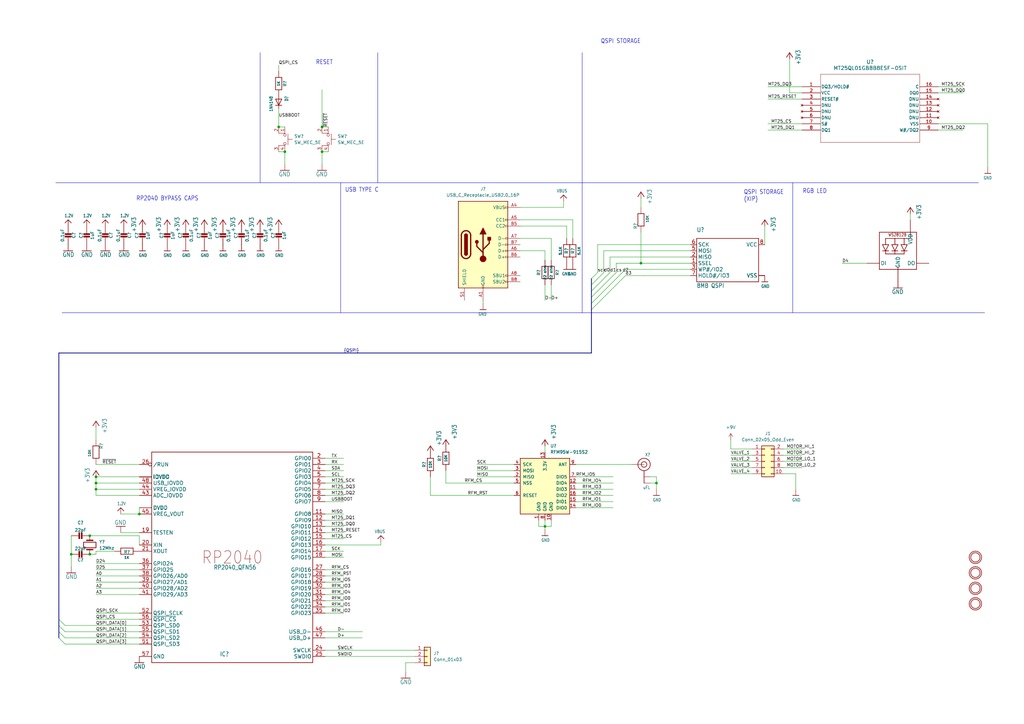
<source format=kicad_sch>
(kicad_sch (version 20250114) (generator "eeschema") (generator_version "9.0")
  (paper "A3")
  (bus_alias "QSPI" (members "d0" "d1" "d2" "d3" "sck" "cs" "cs2"))
  (text "RGB LED" (at 329.184 79.502 0) (effects (font (size 1.778 1.5113)) (justify left bottom)))
  (text "QSPI STORAGE" (at 246.38 18.034 0) (effects (font (size 1.778 1.5113)) (justify left bottom)))
  (text "USB TYPE C" (at 141.478 78.994 0) (effects (font (size 1.778 1.5113)) (justify left bottom)))
  (text "RESET" (at 129.54 26.67 0) (effects (font (size 1.778 1.5113)) (justify left bottom)))
  (text "QSPI STORAGE\n(XIP)" (at 305.054 82.804 0) (effects (font (size 1.778 1.5113)) (justify left bottom)))
  (text "RP2040 BYPASS CAPS" (at 55.88 82.55 0) (effects (font (size 1.778 1.5113)) (justify left bottom)))
  (junction (at 39.37 200.66))
  (junction (at 57.15 210.82))
  (junction (at 36.83 227.33))
  (junction (at 29.21 227.33))
  (junction (at 39.37 198.12))
  (junction (at 132.08 62.23))
  (junction (at 114.3 52.07))
  (junction (at 269.24 198.12))
  (junction (at 36.83 219.71))
  (junction (at 132.08 52.07))
  (junction (at 39.37 195.58))
  (junction (at 223.52 215.9))
  (junction (at 262.89 107.95))
  (junction (at 116.84 62.23))
  (bus_entry (at 24.13 259.08) (size 2.54 2.54))
  (bus_entry (at 242.57 121.92) (size 2.54 -2.54))
  (bus_entry (at 242.57 116.84) (size 2.54 -2.54))
  (bus_entry (at 242.57 124.46) (size 2.54 -2.54))
  (bus_entry (at 24.13 256.54) (size 2.54 2.54))
  (bus_entry (at 242.57 114.3) (size 2.54 -2.54))
  (bus_entry (at 24.13 254) (size 2.54 2.54))
  (bus_entry (at 242.57 119.38) (size 2.54 -2.54))
  (bus_entry (at 24.13 261.62) (size 2.54 2.54))
  (bus_entry (at 242.57 127) (size 2.54 -2.54))
  (wire (pts (xy 57.15 218.44) (xy 49.53 218.44)) (stroke (width 0.1524)))
  (wire (pts (xy 223.52 102.87) (xy 223.52 106.68)))
  (wire (pts (xy 299.72 186.69) (xy 308.61 186.69)))
  (wire (pts (xy 133.35 187.96) (xy 140.97 187.96)) (stroke (width 0.1524)))
  (wire (pts (xy 140.97 246.38) (xy 133.35 246.38)) (stroke (width 0.1524)))
  (wire (pts (xy 210.82 195.58) (xy 195.58 195.58)) (stroke (width 0.1524)))
  (wire (pts (xy 57.15 233.68) (xy 39.37 233.68)) (stroke (width 0.1524)))
  (wire (pts (xy 266.7 198.12) (xy 269.24 198.12)) (stroke (width 0.1524)))
  (wire (pts (xy 245.11 116.84) (xy 250.19 111.76)))
  (wire (pts (xy 39.37 227.33) (xy 39.37 226.06)) (stroke (width 0.1524)))
  (wire (pts (xy 176.53 203.2) (xy 210.82 203.2)) (stroke (width 0.1524)))
  (wire (pts (xy 133.35 223.52) (xy 156.21 223.52)))
  (wire (pts (xy 133.35 200.66) (xy 140.97 200.66)) (stroke (width 0.1524)))
  (wire (pts (xy 49.53 210.82) (xy 57.15 210.82)) (stroke (width 0.1524)))
  (wire (pts (xy 223.52 213.36) (xy 223.52 215.9)))
  (wire (pts (xy 39.37 226.06) (xy 46.99 226.06)) (stroke (width 0.1524)))
  (wire (pts (xy 251.46 200.66) (xy 236.22 200.66)) (stroke (width 0.1524)))
  (wire (pts (xy 140.97 190.5) (xy 133.35 190.5)) (stroke (width 0.1524)))
  (wire (pts (xy 323.85 38.1) (xy 328.93 38.1)))
  (wire (pts (xy 226.06 97.79) (xy 226.06 106.68)))
  (wire (pts (xy 133.35 198.12) (xy 140.97 198.12)) (stroke (width 0.1524)))
  (wire (pts (xy 133.35 226.06) (xy 140.97 226.06)) (stroke (width 0.1524)))
  (wire (pts (xy 223.52 116.84) (xy 223.52 123.19)))
  (wire (pts (xy 114.3 52.07) (xy 114.3 44.45)) (stroke (width 0.1524)))
  (wire (pts (xy 299.72 194.31) (xy 308.61 194.31)))
  (wire (pts (xy 116.84 52.07) (xy 114.3 52.07)) (stroke (width 0.1524)))
  (wire (pts (xy 166.37 271.78) (xy 170.18 271.78)))
  (wire (pts (xy 133.35 266.7) (xy 170.18 266.7)) (stroke (width 0.1524)))
  (wire (pts (xy 36.83 219.71) (xy 57.15 219.71)) (stroke (width 0.1524)))
  (wire (pts (xy 314.96 53.34) (xy 328.93 53.34)))
  (polyline (pts (xy 22.86 74.93) (xy 106.68 74.93)) (stroke (width 0.1524) (type solid)))
  (polyline (pts (xy 325.12 128.27) (xy 403.86 128.27)) (stroke (width 0.1524) (type solid)))
  (wire (pts (xy 29.21 232.41) (xy 29.21 227.33)) (stroke (width 0.1524)))
  (wire (pts (xy 252.73 107.95) (xy 252.73 111.76)))
  (wire (pts (xy 57.15 254) (xy 39.37 254)) (stroke (width 0.1524)))
  (wire (pts (xy 234.95 90.17) (xy 234.95 97.79)))
  (wire (pts (xy 134.62 62.23) (xy 132.08 62.23)) (stroke (width 0.1524)))
  (wire (pts (xy 133.35 213.36) (xy 140.97 213.36)) (stroke (width 0.1524)))
  (wire (pts (xy 223.52 182.88) (xy 223.52 185.42)))
  (polyline (pts (xy 154.94 74.93) (xy 154.94 21.59)) (stroke (width 0.1524) (type solid)))
  (polyline (pts (xy 238.76 74.93) (xy 154.94 74.93)) (stroke (width 0.1524) (type solid)))
  (wire (pts (xy 57.15 200.66) (xy 39.37 200.66)) (stroke (width 0.1524)))
  (wire (pts (xy 299.72 184.15) (xy 308.61 184.15)))
  (wire (pts (xy 247.65 102.87) (xy 247.65 111.76)))
  (wire (pts (xy 39.37 175.26) (xy 39.37 180.34)) (stroke (width 0.1524)))
  (wire (pts (xy 36.83 227.33) (xy 39.37 227.33)) (stroke (width 0.1524)))
  (wire (pts (xy 323.85 24.13) (xy 323.85 38.1)))
  (wire (pts (xy 132.08 67.31) (xy 132.08 62.23)) (stroke (width 0.1524)))
  (bus (pts (xy 24.13 259.08) (xy 24.13 261.62)))
  (wire (pts (xy 29.21 219.71) (xy 29.21 227.33)) (stroke (width 0.1524)))
  (wire (pts (xy 247.65 102.87) (xy 264.16 102.87)))
  (wire (pts (xy 299.72 180.34) (xy 299.72 184.15)))
  (wire (pts (xy 321.31 186.69) (xy 328.93 186.69)))
  (wire (pts (xy 39.37 238.76) (xy 57.15 238.76)) (stroke (width 0.1524)))
  (wire (pts (xy 232.41 92.71) (xy 232.41 97.79)))
  (wire (pts (xy 39.37 231.14) (xy 57.15 231.14)) (stroke (width 0.1524)))
  (wire (pts (xy 39.37 198.12) (xy 39.37 195.58)) (stroke (width 0.1524)))
  (wire (pts (xy 198.12 123.19) (xy 198.12 124.46)))
  (wire (pts (xy 133.35 269.24) (xy 170.18 269.24)) (stroke (width 0.1524)))
  (bus (pts (xy 242.57 116.84) (xy 242.57 119.38)))
  (wire (pts (xy 213.36 102.87) (xy 223.52 102.87)))
  (wire (pts (xy 57.15 195.58) (xy 39.37 195.58)) (stroke (width 0.1524)))
  (wire (pts (xy 256.54 113.03) (xy 264.16 113.03)))
  (wire (pts (xy 39.37 203.2) (xy 39.37 200.66)) (stroke (width 0.1524)))
  (bus (pts (xy 242.57 119.38) (xy 242.57 121.92)))
  (wire (pts (xy 133.35 210.82) (xy 140.97 210.82)) (stroke (width 0.1524)))
  (wire (pts (xy 57.15 203.2) (xy 39.37 203.2)) (stroke (width 0.1524)))
  (bus (pts (xy 24.13 254) (xy 24.13 256.54)))
  (wire (pts (xy 57.15 198.12) (xy 39.37 198.12)) (stroke (width 0.1524)))
  (wire (pts (xy 26.67 261.62) (xy 39.37 261.62)))
  (wire (pts (xy 39.37 259.08) (xy 57.15 259.08)) (stroke (width 0.1524)))
  (wire (pts (xy 195.58 190.5) (xy 210.82 190.5)) (stroke (width 0.1524)))
  (wire (pts (xy 226.06 116.84) (xy 226.06 123.19)))
  (wire (pts (xy 264.16 113.03) (xy 283.21 113.03)) (stroke (width 0.1524)))
  (wire (pts (xy 57.15 190.5) (xy 39.37 190.5)) (stroke (width 0.1524)))
  (wire (pts (xy 299.72 189.23) (xy 308.61 189.23)))
  (wire (pts (xy 133.35 193.04) (xy 140.97 193.04)) (stroke (width 0.1524)))
  (wire (pts (xy 321.31 184.15) (xy 328.93 184.15)))
  (wire (pts (xy 384.81 53.34) (xy 394.97 53.34)))
  (wire (pts (xy 245.11 100.33) (xy 283.21 100.33)))
  (wire (pts (xy 213.36 92.71) (xy 232.41 92.71)))
  (wire (pts (xy 251.46 203.2) (xy 236.22 203.2)) (stroke (width 0.1524)))
  (bus (pts (xy 242.57 127) (xy 242.57 144.78)))
  (wire (pts (xy 57.15 219.71) (xy 57.15 223.52)) (stroke (width 0.1524)))
  (wire (pts (xy 114.3 62.23) (xy 116.84 62.23)) (stroke (width 0.1524)))
  (wire (pts (xy 57.15 251.46) (xy 39.37 251.46)) (stroke (width 0.1524)))
  (wire (pts (xy 314.96 40.64) (xy 328.93 40.64)))
  (polyline (pts (xy 401.32 74.93) (xy 325.12 74.93)) (stroke (width 0.1524) (type solid)))
  (wire (pts (xy 231.14 82.55) (xy 231.14 85.09)))
  (wire (pts (xy 26.67 256.54) (xy 39.37 256.54)))
  (wire (pts (xy 213.36 90.17) (xy 234.95 90.17)))
  (polyline (pts (xy 325.12 74.93) (xy 238.76 74.93)) (stroke (width 0.1524) (type solid)))
  (wire (pts (xy 262.89 107.95) (xy 283.21 107.95)))
  (wire (pts (xy 245.11 100.33) (xy 245.11 111.76)))
  (wire (pts (xy 250.19 105.41) (xy 250.19 111.76)))
  (wire (pts (xy 39.37 261.62) (xy 57.15 261.62)) (stroke (width 0.1524)))
  (wire (pts (xy 133.35 195.58) (xy 140.97 195.58)) (stroke (width 0.1524)))
  (wire (pts (xy 314.96 50.8) (xy 328.93 50.8)))
  (wire (pts (xy 220.98 215.9) (xy 223.52 215.9)))
  (wire (pts (xy 114.3 29.21) (xy 114.3 26.67)) (stroke (width 0.1524)))
  (wire (pts (xy 195.58 193.04) (xy 210.82 193.04)) (stroke (width 0.1524)))
  (wire (pts (xy 405.13 50.8) (xy 405.13 68.58)))
  (wire (pts (xy 384.81 38.1) (xy 394.97 38.1)))
  (wire (pts (xy 133.35 259.08) (xy 148.59 259.08)) (stroke (width 0.1524)))
  (wire (pts (xy 245.11 119.38) (xy 252.73 111.76)))
  (wire (pts (xy 39.37 200.66) (xy 39.37 198.12)) (stroke (width 0.1524)))
  (wire (pts (xy 314.96 35.56) (xy 328.93 35.56)))
  (wire (pts (xy 250.19 105.41) (xy 264.16 105.41)))
  (wire (pts (xy 384.81 35.56) (xy 394.97 35.56)))
  (wire (pts (xy 133.35 205.74) (xy 140.97 205.74)) (stroke (width 0.1524)))
  (wire (pts (xy 252.73 107.95) (xy 262.89 107.95)))
  (polyline (pts (xy 106.68 74.93) (xy 106.68 21.59)) (stroke (width 0.1524) (type solid)))
  (wire (pts (xy 133.35 233.68) (xy 140.97 233.68)) (stroke (width 0.1524)))
  (wire (pts (xy 140.97 241.3) (xy 133.35 241.3)) (stroke (width 0.1524)))
  (wire (pts (xy 39.37 256.54) (xy 57.15 256.54)) (stroke (width 0.1524)))
  (wire (pts (xy 57.15 208.28) (xy 57.15 210.82)) (stroke (width 0.1524)))
  (wire (pts (xy 133.35 215.9) (xy 140.97 215.9)) (stroke (width 0.1524)))
  (polyline (pts (xy 139.7 74.93) (xy 106.68 74.93)) (stroke (width 0.1524) (type solid)))
  (wire (pts (xy 299.72 191.77) (xy 308.61 191.77)))
  (wire (pts (xy 262.89 95.25) (xy 262.89 107.95)))
  (bus (pts (xy 24.13 256.54) (xy 24.13 259.08)))
  (wire (pts (xy 133.35 203.2) (xy 140.97 203.2)) (stroke (width 0.1524)))
  (wire (pts (xy 39.37 243.84) (xy 57.15 243.84)) (stroke (width 0.1524)))
  (wire (pts (xy 166.37 271.78) (xy 166.37 275.59)))
  (bus (pts (xy 24.13 144.78) (xy 242.57 144.78)))
  (bus (pts (xy 242.57 114.3) (xy 242.57 116.84)))
  (polyline (pts (xy 325.12 128.27) (xy 325.12 74.93)) (stroke (width 0.1524) (type solid)))
  (polyline (pts (xy 139.7 128.27) (xy 139.7 74.93)) (stroke (width 0.1524) (type solid)))
  (bus (pts (xy 24.13 144.78) (xy 24.13 254)))
  (wire (pts (xy 269.24 198.12) (xy 269.24 200.66)) (stroke (width 0.1524)))
  (wire (pts (xy 256.54 110.49) (xy 264.16 110.49)))
  (wire (pts (xy 262.89 81.28) (xy 262.89 85.09)) (stroke (width 0.1524)))
  (wire (pts (xy 182.88 198.12) (xy 182.88 193.04)) (stroke (width 0.1524)))
  (wire (pts (xy 373.38 90.17) (xy 373.38 87.63)) (stroke (width 0.1524)))
  (wire (pts (xy 283.21 110.49) (xy 264.16 110.49)) (stroke (width 0.1524)))
  (wire (pts (xy 321.31 189.23) (xy 328.93 189.23)))
  (wire (pts (xy 140.97 251.46) (xy 133.35 251.46)) (stroke (width 0.1524)))
  (wire (pts (xy 133.35 243.84) (xy 140.97 243.84)) (stroke (width 0.1524)))
  (wire (pts (xy 57.15 241.3) (xy 39.37 241.3)) (stroke (width 0.1524)))
  (wire (pts (xy 176.53 203.2) (xy 176.53 195.58)) (stroke (width 0.1524)))
  (wire (pts (xy 26.67 259.08) (xy 39.37 259.08)))
  (wire (pts (xy 133.35 220.98) (xy 140.97 220.98)))
  (wire (pts (xy 223.52 215.9) (xy 223.52 217.17)))
  (wire (pts (xy 133.35 261.62) (xy 148.59 261.62)) (stroke (width 0.1524)))
  (wire (pts (xy 26.67 264.16) (xy 57.15 264.16)) (stroke (width 0.1524)))
  (wire (pts (xy 133.35 238.76) (xy 140.97 238.76)) (stroke (width 0.1524)))
  (wire (pts (xy 236.22 198.12) (xy 251.46 198.12)) (stroke (width 0.1524)))
  (wire (pts (xy 251.46 208.28) (xy 236.22 208.28)) (stroke (width 0.1524)))
  (wire (pts (xy 266.7 195.58) (xy 269.24 195.58)) (stroke (width 0.1524)))
  (wire (pts (xy 245.11 124.46) (xy 256.54 113.03)))
  (wire (pts (xy 245.11 114.3) (xy 247.65 111.76)))
  (polyline (pts (xy 25.4 128.27) (xy 238.76 128.27)) (stroke (width 0.1524) (type solid)))
  (wire (pts (xy 355.6 107.95) (xy 345.44 107.95)) (stroke (width 0.1524)))
  (bus (pts (xy 242.57 124.46) (xy 242.57 127)))
  (wire (pts (xy 226.06 213.36) (xy 226.06 215.9)))
  (wire (pts (xy 326.39 194.31) (xy 326.39 200.66)))
  (wire (pts (xy 245.11 121.92) (xy 256.54 110.49)))
  (polyline (pts (xy 238.76 74.93) (xy 238.76 21.59)) (stroke (width 0.1524) (type solid)))
  (wire (pts (xy 251.46 205.74) (xy 236.22 205.74)) (stroke (width 0.1524)))
  (wire (pts (xy 269.24 195.58) (xy 269.24 198.12)) (stroke (width 0.1524)))
  (wire (pts (xy 313.69 92.71) (xy 313.69 100.33)) (stroke (width 0.1524)))
  (bus (pts (xy 242.57 121.92) (xy 242.57 124.46)))
  (wire (pts (xy 116.84 62.23) (xy 116.84 67.31)) (stroke (width 0.1524)))
  (wire (pts (xy 132.08 52.07) (xy 134.62 52.07)) (stroke (width 0.1524)))
  (wire (pts (xy 133.35 228.6) (xy 140.97 228.6)) (stroke (width 0.1524)))
  (polyline (pts (xy 238.76 128.27) (xy 238.76 74.93)) (stroke (width 0.1524) (type solid)))
  (wire (pts (xy 156.21 223.52) (xy 156.21 222.25)))
  (wire (pts (xy 213.36 85.09) (xy 231.14 85.09)))
  (wire (pts (xy 140.97 236.22) (xy 133.35 236.22)) (stroke (width 0.1524)))
  (wire (pts (xy 132.08 36.83) (xy 132.08 52.07)) (stroke (width 0.1524)))
  (polyline (pts (xy 154.94 74.93) (xy 139.7 74.93)) (stroke (width 0.1524) (type solid)))
  (wire (pts (xy 251.46 195.58) (xy 236.22 195.58)) (stroke (width 0.1524)))
  (wire (pts (xy 223.52 215.9) (xy 226.06 215.9)))
  (wire (pts (xy 283.21 105.41) (xy 264.16 105.41)) (stroke (width 0.1524)))
  (wire (pts (xy 213.36 97.79) (xy 226.06 97.79)))
  (wire (pts (xy 321.31 194.31) (xy 326.39 194.31)))
  (wire (pts (xy 133.35 218.44) (xy 140.97 218.44)) (stroke (width 0.1524)))
  (wire (pts (xy 57.15 236.22) (xy 39.37 236.22)) (stroke (width 0.1524)))
  (wire (pts (xy 133.35 248.92) (xy 140.97 248.92)) (stroke (width 0.1524)))
  (wire (pts (xy 321.31 191.77) (xy 328.93 191.77)))
  (wire (pts (xy 220.98 213.36) (xy 220.98 215.9)))
  (wire (pts (xy 182.88 198.12) (xy 210.82 198.12)) (stroke (width 0.1524)))
  (wire (pts (xy 384.81 50.8) (xy 405.13 50.8)))
  (wire (pts (xy 264.16 102.87) (xy 283.21 102.87)) (stroke (width 0.1524)))
  (polyline (pts (xy 238.76 128.27) (xy 325.12 128.27)) (stroke (width 0.1524) (type solid)))
  (wire (pts (xy 236.22 190.5) (xy 259.08 190.5)))
  (label "A3" (at 39.37 243.84 0) (effects (font (size 1.2446 1.2446))))
  (label "QSPI_CS" (at 39.37 254 0) (effects (font (size 1.2446 1.2446))))
  (label "USBBOOT" (at 135.89 205.74 0) (effects (font (size 1.2446 1.2446))))
  (label "D-" (at 138.43 259.08 0) (effects (font (size 1.2446 1.2446))))
  (label "SCK" (at 135.89 226.06 0) (effects (font (size 1.2446 1.2446))))
  (label "RFM_IO3" (at 238.76 200.66 0) (effects (font (size 1.2446 1.2446))))
  (label "RFM_IO5" (at 236.22 195.58 0) (effects (font (size 1.2446 1.2446))))
  (label "MISO" (at 135.89 210.82 0) (effects (font (size 1.2446 1.2446))))
  (label "MOTOR_LO_2" (at 322.58 191.77 0))
  (label "VALVE_2" (at 299.72 189.23 0))
  (label "QSPI_CS" (at 114.3 26.67 0) (effects (font (size 1.2446 1.2446))))
  (label "SDA" (at 135.89 193.04 0) (effects (font (size 1.2446 1.2446))))
  (label "RFM_CS" (at 135.89 233.68 0) (effects (font (size 1.2446 1.2446))))
  (label "RFM_IO4" (at 135.89 243.84 0) (effects (font (size 1.2446 1.2446))))
  (label "MT25_RESET" (at 135.89 218.44 0))
  (label "RFM_IO0" (at 238.76 208.28 0) (effects (font (size 1.2446 1.2446))))
  (label "MT25_DQ0" (at 386.08 38.1 0))
  (label "MT25_DQ2" (at 386.08 53.34 0))
  (label "TX" (at 135.89 187.96 0) (effects (font (size 1.2446 1.2446))))
  (label "QSPI_DATA[1]" (at 39.37 259.08 0) (effects (font (size 1.2446 1.2446))))
  (label "MOSI" (at 195.58 193.04 0) (effects (font (size 1.2446 1.2446))))
  (label "RFM_CS" (at 190.5 198.12 0) (effects (font (size 1.2446 1.2446))))
  (label "D24" (at 39.37 231.14 0) (effects (font (size 1.2446 1.2446))))
  (label "A2" (at 39.37 241.3 0) (effects (font (size 1.2446 1.2446))))
  (label "SWCLK" (at 138.43 266.7 0) (effects (font (size 1.2446 1.2446))))
  (label "A0" (at 39.37 236.22 0) (effects (font (size 1.2446 1.2446))))
  (label "RFM_RST" (at 191.77 203.2 0) (effects (font (size 1.2446 1.2446))))
  (label "MOTOR_HI_2" (at 322.58 186.69 0))
  (label "RFM_RST" (at 135.89 236.22 0) (effects (font (size 1.2446 1.2446))))
  (label "RFM_IO1" (at 135.89 248.92 0) (effects (font (size 1.2446 1.2446))))
  (label "USBBOOT" (at 114.3 48.26 0) (effects (font (size 1.2446 1.2446))))
  (label "QSPI_DATA[0]" (at 39.37 256.54 0) (effects (font (size 1.2446 1.2446))))
  (label "MT25_DQ0" (at 135.89 215.9 0))
  (label "A1" (at 39.37 238.76 0) (effects (font (size 1.2446 1.2446))))
  (label "d0" (at 247.65 111.76 0))
  (label "cs" (at 252.73 111.76 0))
  (label "MOSI" (at 135.89 228.6 0) (effects (font (size 1.2446 1.2446))))
  (label "D-" (at 223.52 123.19 0))
  (label "SCK" (at 195.58 190.5 0) (effects (font (size 1.2446 1.2446))))
  (label "RFM_IO1" (at 238.76 205.74 0) (effects (font (size 1.2446 1.2446))))
  (label "MT25_DQ2" (at 135.89 203.2 0))
  (label "D25" (at 39.37 233.68 0) (effects (font (size 1.2446 1.2446))))
  (label "RFM_IO4" (at 238.76 198.12 0) (effects (font (size 1.2446 1.2446))))
  (label "~{RESET}" (at 134.62 52.07 90) (effects (font (size 1.2446 1.2446))))
  (label "MT25_SCK" (at 135.89 198.12 0))
  (label "sck" (at 245.11 111.76 0))
  (label "RFM_IO2" (at 135.89 251.46 0) (effects (font (size 1.2446 1.2446))))
  (label "VALVE_3" (at 299.72 191.77 0))
  (label "SCL" (at 135.89 195.58 0) (effects (font (size 1.2446 1.2446))))
  (label "MT25_SCK" (at 386.08 35.56 0))
  (label "d3" (at 256.54 113.03 0))
  (label "MT25_DQ3" (at 314.96 35.56 0))
  (label "QSPI_DATA[2]" (at 39.37 261.62 0) (effects (font (size 1.2446 1.2446))))
  (label "MOTOR_LO_1" (at 322.58 189.23 0))
  (label "MT25_DQ1" (at 316.23 53.34 0))
  (label "RFM_IO0" (at 135.89 246.38 0) (effects (font (size 1.2446 1.2446))))
  (label "RFM_IO3" (at 135.89 241.3 0) (effects (font (size 1.2446 1.2446))))
  (label "D+" (at 138.43 261.62 0) (effects (font (size 1.2446 1.2446))))
  (label "MT25_DQ1" (at 135.89 213.36 0))
  (label "MISO" (at 195.58 195.58 0) (effects (font (size 1.2446 1.2446))))
  (label "MT25_CS" (at 135.89 220.98 0))
  (label "MT25_CS" (at 316.23 50.8 0))
  (label "d1" (at 250.19 111.76 0))
  (label "D4" (at 345.44 107.95 0) (effects (font (size 1.2446 1.2446))))
  (label "VALVE_4" (at 299.72 194.31 0))
  (label "~{RESET}" (at 41.91 190.5 0) (effects (font (size 1.2446 1.2446))))
  (label "RFM_IO5" (at 135.89 238.76 0) (effects (font (size 1.2446 1.2446))))
  (label "RX" (at 135.89 190.5 0) (effects (font (size 1.2446 1.2446))))
  (label "d2" (at 255.27 111.76 0))
  (label "MT25_RESET" (at 314.96 40.64 0))
  (label "{QSPI}" (at 140.97 144.78 0))
  (label "SWDIO" (at 138.43 269.24 0) (effects (font (size 1.2446 1.2446))))
  (label "VALVE_1" (at 299.72 186.69 0))
  (label "D+" (at 226.06 123.19 0))
  (label "QSPI_DATA[3]" (at 39.37 264.16 0) (effects (font (size 1.2446 1.2446))))
  (label "RFM_IO2" (at 238.76 203.2 0) (effects (font (size 1.2446 1.2446))))
  (label "MOTOR_HI_1" (at 322.58 184.15 0))
  (label "MT25_DQ3" (at 135.89 200.66 0))
  (label "QSPI_SCK" (at 39.37 251.46 0) (effects (font (size 1.2446 1.2446))))
  (symbol (lib_id "Adafruit Feather RP2040 RFM-eagle-import:CAP_CERAMIC_0402NO") (at 34.29 219.71 90) (unit 1)
    (property "Reference" "C?" (at 33.04 214.38 90))
    (property "Value" "22pF" (at 33.04 217.41 90))
    (property "Footprint" "Capacitor_SMD:C_0805_2012Metric" (effects (hide yes)))
  )
  (symbol (lib_id "Adafruit Feather RP2040 RFM-eagle-import:RESISTOR_0402NO") (at 52.07 226.06 0) (unit 1)
    (property "Reference" "R?" (at 50.8 227.1014 0) (effects (justify left bottom)))
    (property "Value" "1K" (at 50.8 229.362 0) (effects (font (size 1.016 1.016) (thickness 0.2032) (bold yes)) (justify left bottom)))
    (property "Footprint" "Resistor_SMD:R_0805_2012Metric" (effects (hide yes)))
  )
  (symbol (lib_id "Adafruit Feather RP2040 RFM-eagle-import:GND") (at 269.24 203.2 0) (unit 1)
    (property "Reference" "#U$?" (effects (hide yes)))
    (property "Value" "GND" (at 267.716 205.74 0) (effects (font (size 1.27 1.0795)) (justify left bottom)))
  )
  (symbol (lib_id "Switch:SW_MEC_5E") (at 114.3 57.15 270) (unit 1)
    (property "Reference" "SW?" (at 120.65 55.8799 90) (effects (justify left)))
    (property "Value" "SW_MEC_5E" (at 120.65 58.4199 90) (effects (justify left)))
    (property "Footprint" "Button_Switch_SMD:SW_SPST_EVQP2_MiddlePushTravel_H2.5mm" (effects (hide yes)))
    (property "Datasheet" "http://www.apem.com/int/index.php?controller=attachment&id_attachment=1371" (effects (hide yes)))
    (property "Description" "MEC 5E single pole normally-open tactile switch" (effects (hide yes)))
  )
  (symbol (lib_id "Adafruit Feather RP2040 RFM-eagle-import:RESISTOR_0402NO") (at 223.52 111.76 90) (mirror x) (unit 1)
    (property "Reference" "R?" (at 220.98 111.76 0))
    (property "Value" "22 ohm" (at 223.52 111.76 0) (effects (font (size 1.016 1.016) (thickness 0.2032) (bold yes))))
    (property "Footprint" "Resistor_SMD:R_0805_2012Metric" (effects (hide yes)))
  )
  (symbol (lib_id "Adafruit Feather RP2040 RFM-eagle-import:DIODESOD-323F") (at 114.3 41.91 270) (unit 1)
    (property "Reference" "D?" (at 116.84 39.37 0) (effects (font (size 1.27 1.0795)) (justify left bottom)))
    (property "Value" "1N4148" (at 110.49 39.37 0) (effects (font (size 1.27 1.0795)) (justify left bottom)))
    (property "Footprint" "Diode_SMD:D_SOD-323F" (effects (hide yes)))
  )
  (symbol (lib_id "Adafruit Feather RP2040 RFM-eagle-import:WS2812B_SK6805_1515") (at 368.3 105.41 0) (unit 1)
    (property "Reference" "LED?" (effects (hide yes)))
    (property "Value" "WS2812B_SK6805_1515" (effects (hide yes)))
    (property "Footprint" "LED_SMD:LED_WS2812B_PLCC4_5.0x5.0mm_P3.2mm" (effects (hide yes)))
  )
  (symbol (lib_id "Adafruit Feather RP2040 RFM-eagle-import:+3V3") (at 373.38 85.09 0) (mirror y) (unit 1)
    (property "Reference" "#+3V?" (effects (hide yes)))
    (property "Value" "+3V3" (at 375.92 90.17 90) (effects (font (size 1.778 1.5113)) (justify left bottom)))
  )
  (symbol (lib_id "Adafruit Feather RP2040 RFM-eagle-import:CAP_CERAMIC_0402NO") (at 58.42 97.79 0) (unit 1)
    (property "Reference" "C?" (at 56.13 96.54 90))
    (property "Value" "1uF" (at 60.72 96.54 90))
    (property "Footprint" "Capacitor_SMD:C_0805_2012Metric" (effects (hide yes)))
  )
  (symbol (lib_id "Adafruit Feather RP2040 RFM-eagle-import:GND") (at 313.69 115.57 0) (unit 1)
    (property "Reference" "#U$?" (effects (hide yes)))
    (property "Value" "GND" (at 312.166 118.11 0) (effects (font (size 1.27 1.0795)) (justify left bottom)))
  )
  (symbol (lib_id "Device:Crystal") (at 36.83 223.52 90) (unit 1)
    (property "Reference" "Y?" (at 40.64 222.2499 90) (effects (justify right)))
    (property "Value" "12Mhz" (at 40.64 224.7899 90) (effects (justify right)))
    (property "Footprint" "Crystal:Crystal_SMD_Abracon_ABM8G-4Pin_3.2x2.5mm" (effects (hide yes)))
    (property "Description" "Two pin crystal" (effects (hide yes)))
  )
  (symbol (lib_id "Adafruit Feather RP2040 RFM-eagle-import:RESISTOR_0402NO") (at 114.3 34.29 270) (unit 1)
    (property "Reference" "R?" (at 116.84 34.29 0))
    (property "Value" "1K" (at 114.3 34.29 0) (effects (font (size 1.016 1.016) (thickness 0.2032) (bold yes))))
    (property "Footprint" "Resistor_SMD:R_0805_2012Metric" (effects (hide yes)))
  )
  (symbol (lib_id "Connector_Generic:Conn_01x03") (at 175.26 269.24 0) (unit 1)
    (property "Reference" "J?" (at 177.8 267.9699 0) (effects (justify left)))
    (property "Value" "Conn_01x03" (at 177.8 270.5099 0) (effects (justify left)))
    (property "Footprint" "Connector_PinHeader_2.54mm:PinHeader_1x03_P2.54mm_Vertical" (effects (hide yes)))
    (property "Description" "Generic connector, single row, 01x03, script generated (kicad-library-utils/schlib/autogen/connector/)" (effects (hide yes)))
  )
  (symbol (lib_id "Adafruit Feather RP2040 RFM-eagle-import:1.2V") (at 50.8 90.17 0) (unit 1)
    (property "Reference" "#U$?" (effects (hide yes)))
    (property "Value" "1.2V" (at 49.276 89.154 0) (effects (font (size 1.27 1.0795)) (justify left bottom)))
  )
  (symbol (lib_id "Adafruit Feather RP2040 RFM-eagle-import:supply1_371_GND") (at 132.08 69.85 0) (unit 1)
    (property "Reference" "#GND?" (effects (hide yes)))
    (property "Value" "GND" (at 129.54 72.39 0) (effects (font (size 1.778 1.5113)) (justify left bottom)))
  )
  (symbol (lib_id "Adafruit Feather RP2040 RFM-eagle-import:CAP_CERAMIC_0402NO") (at 43.18 95.25 180) (unit 1)
    (property "Reference" "C?" (at 45.47 96.5 90))
    (property "Value" "0.1uF" (at 40.88 96.5 90))
    (property "Footprint" "Capacitor_SMD:C_0805_2012Metric" (effects (hide yes)))
  )
  (symbol (lib_id "Connector_Generic:Conn_02x05_Odd_Even") (at 313.69 189.23 0) (unit 1)
    (property "Reference" "J1" (at 314.96 177.8 0))
    (property "Value" "Conn_02x05_Odd_Even" (at 314.96 180.34 0))
    (property "Footprint" "Connector_PinHeader_2.54mm:PinHeader_2x05_P2.54mm_Vertical" (effects (hide yes)))
    (property "Description" "Generic connector, double row, 02x05, odd/even pin numbering scheme (row 1 odd numbers, row 2 even numbers), script generated (kicad-library-utils/schlib/autogen/connector/)" (effects (hide yes)))
  )
  (symbol (lib_id "Adafruit Feather RP2040 RFM-eagle-import:GND") (at 91.44 102.87 0) (unit 1)
    (property "Reference" "#U$?" (effects (hide yes)))
    (property "Value" "GND" (at 89.916 105.41 0) (effects (font (size 1.27 1.0795)) (justify left bottom)))
  )
  (symbol (lib_id "Adafruit Feather RP2040 RFM-eagle-import:supply1_371_GND") (at 35.56 102.87 0) (mirror y) (unit 1)
    (property "Reference" "#GND?" (effects (hide yes)))
    (property "Value" "GND" (at 38.1 105.41 0) (effects (font (size 1.778 1.5113)) (justify left bottom)))
  )
  (symbol (lib_id "Adafruit Feather RP2040 RFM-eagle-import:CAP_CERAMIC_0402NO") (at 99.06 97.79 0) (unit 1)
    (property "Reference" "C?" (at 96.77 96.54 90))
    (property "Value" "0.1uF" (at 101.36 96.54 90))
    (property "Footprint" "Capacitor_SMD:C_0805_2012Metric" (effects (hide yes)))
  )
  (symbol (lib_id "Adafruit Feather RP2040 RFM-eagle-import:MOUNTINGHOLE2.5") (at 400.05 234.95 0) (unit 1)
    (property "Reference" "U$?" (effects (hide yes)))
    (property "Value" "MOUNTINGHOLE2.5" (effects (hide yes)))
    (property "Footprint" "MountingHole:MountingHole_2.5mm_Pad" (effects (hide yes)))
  )
  (symbol (lib_id "Adafruit Feather RP2040 RFM-eagle-import:supply1_371_GND") (at 29.21 234.95 0) (mirror y) (unit 1)
    (property "Reference" "#GND?" (effects (hide yes)))
    (property "Value" "GND" (at 31.75 237.49 0) (effects (font (size 1.778 1.5113)) (justify left bottom)))
  )
  (symbol (lib_id "Adafruit Feather RP2040 RFM-eagle-import:VBUS") (at 231.14 80.01 0) (mirror y) (unit 1)
    (property "Reference" "#U$?" (effects (hide yes)))
    (property "Value" "VBUS" (at 232.664 78.994 0) (effects (font (size 1.27 1.0795)) (justify left bottom)))
  )
  (symbol (lib_id "Switch:SW_MEC_5E") (at 132.08 57.15 270) (unit 1)
    (property "Reference" "SW?" (at 138.43 55.8799 90) (effects (justify left)))
    (property "Value" "SW_MEC_5E" (at 138.43 58.4199 90) (effects (justify left)))
    (property "Footprint" "Button_Switch_SMD:SW_SPST_EVQP2_MiddlePushTravel_H2.5mm" (effects (hide yes)))
    (property "Datasheet" "http://www.apem.com/int/index.php?controller=attachment&id_attachment=1371" (effects (hide yes)))
    (property "Description" "MEC 5E single pole normally-open tactile switch" (effects (hide yes)))
  )
  (symbol (lib_id "Adafruit Feather RP2040 RFM-eagle-import:RESISTOR_0402NO") (at 232.41 102.87 270) (mirror x) (unit 1)
    (property "Reference" "R?" (at 232.41 102.87 0))
    (property "Value" "5.1K" (at 229.87 102.87 0) (effects (font (size 1.016 1.016) (thickness 0.2032) (bold yes))))
    (property "Footprint" "Resistor_SMD:R_0805_2012Metric" (effects (hide yes)))
  )
  (symbol (lib_id "Adafruit Feather RP2040 RFM-eagle-import:CAP_CERAMIC_0402NO") (at 114.3 97.79 0) (unit 1)
    (property "Reference" "C?" (at 112.01 96.54 90))
    (property "Value" "1uF" (at 116.6 96.54 90))
    (property "Footprint" "Capacitor_SMD:C_0805_2012Metric" (effects (hide yes)))
  )
  (symbol (lib_id "Adafruit Feather RP2040 RFM-eagle-import:supply1_371_GND") (at 166.37 278.13 0) (mirror y) (unit 1)
    (property "Reference" "#GND?" (effects (hide yes)))
    (property "Value" "GND" (at 168.91 280.67 0) (effects (font (size 1.778 1.5113)) (justify left bottom)))
  )
  (symbol (lib_id "Adafruit Feather RP2040 RFM-eagle-import:+3V3") (at 76.2 90.17 0) (unit 1)
    (property "Reference" "#+3V?" (effects (hide yes)))
    (property "Value" "+3V3" (at 73.66 95.25 90) (effects (font (size 1.778 1.5113)) (justify left bottom)))
  )
  (symbol (lib_id "RF_Module:RFM95W-915S2") (at 223.52 198.12 0) (unit 1)
    (property "Reference" "U?" (at 225.6633 182.88 0) (effects (justify left)))
    (property "Value" "RFM95W-915S2" (at 225.6633 185.42 0) (effects (justify left)))
    (property "Footprint" "RF_Module:HOPERF_RFM9XW_SMD" (effects (hide yes)))
    (property "Datasheet" "https://www.hoperf.com/data/upload/portal/20181127/5bfcbea20e9ef.pdf" (effects (hide yes)))
    (property "Description" "Low power long range transceiver module, SPI and parallel interface, 915 MHz, spreading factor 6 to12, bandwidth 7.8 to 500kHz, -111 to -148 dBm, SMD-16, DIP-16" (effects (hide yes)))
  )
  (symbol (lib_id "Adafruit Feather RP2040 RFM-eagle-import:1.2V") (at 43.18 90.17 0) (unit 1)
    (property "Reference" "#U$?" (effects (hide yes)))
    (property "Value" "1.2V" (at 41.656 89.154 0) (effects (font (size 1.27 1.0795)) (justify left bottom)))
  )
  (symbol (lib_id "Adafruit Feather RP2040 RFM-eagle-import:+3V3") (at 262.89 78.74 0) (mirror y) (unit 1)
    (property "Reference" "#+3V?" (effects (hide yes)))
    (property "Value" "+3V3" (at 265.43 83.82 90) (effects (font (size 1.778 1.5113)) (justify left bottom)))
  )
  (symbol (lib_id "Adafruit Feather RP2040 RFM-eagle-import:+3V3") (at 99.06 90.17 0) (unit 1)
    (property "Reference" "#+3V?" (effects (hide yes)))
    (property "Value" "+3V3" (at 96.52 95.25 90) (effects (font (size 1.778 1.5113)) (justify left bottom)))
  )
  (symbol (lib_id "Adafruit Feather RP2040 RFM-eagle-import:supply1_371_GND") (at 43.18 102.87 0) (mirror y) (unit 1)
    (property "Reference" "#GND?" (effects (hide yes)))
    (property "Value" "GND" (at 45.72 105.41 0) (effects (font (size 1.778 1.5113)) (justify left bottom)))
  )
  (symbol (lib_id "Adafruit Feather RP2040 RFM-eagle-import:GND") (at 99.06 102.87 0) (unit 1)
    (property "Reference" "#U$?" (effects (hide yes)))
    (property "Value" "GND" (at 97.536 105.41 0) (effects (font (size 1.27 1.0795)) (justify left bottom)))
  )
  (symbol (lib_id "Adafruit Feather RP2040 RFM-eagle-import:supply1_371_GND") (at 368.3 118.11 0) (unit 1)
    (property "Reference" "#GND?" (effects (hide yes)))
    (property "Value" "GND" (at 365.76 120.65 0) (effects (font (size 1.778 1.5113)) (justify left bottom)))
  )
  (symbol (lib_id "Adafruit Feather RP2040 RFM-eagle-import:GND") (at 234.95 110.49 0) (mirror y) (unit 1)
    (property "Reference" "#U$?" (effects (hide yes)))
    (property "Value" "GND" (at 236.474 113.03 0) (effects (font (size 1.27 1.0795)) (justify left bottom)))
  )
  (symbol (lib_id "Adafruit Feather RP2040 RFM-eagle-import:GND") (at 68.58 102.87 0) (unit 1)
    (property "Reference" "#U$?" (effects (hide yes)))
    (property "Value" "GND" (at 67.056 105.41 0) (effects (font (size 1.27 1.0795)) (justify left bottom)))
  )
  (symbol (lib_id "Adafruit Feather RP2040 RFM-eagle-import:RESISTOR_0402NO") (at 176.53 190.5 90) (unit 1)
    (property "Reference" "R?" (at 173.99 190.5 0))
    (property "Value" "10K" (at 176.53 190.5 0) (effects (font (size 1.016 1.016) (thickness 0.2032) (bold yes))))
    (property "Footprint" "Resistor_SMD:R_0805_2012Metric" (effects (hide yes)))
  )
  (symbol (lib_id "Adafruit Feather RP2040 RFM-eagle-import:+3V3") (at 114.3 90.17 0) (unit 1)
    (property "Reference" "#+3V?" (effects (hide yes)))
    (property "Value" "+3V3" (at 111.76 95.25 90) (effects (font (size 1.778 1.5113)) (justify left bottom)))
  )
  (symbol (lib_id "Adafruit Feather RP2040 RFM-eagle-import:+3V3") (at 323.85 21.59 0) (mirror y) (unit 1)
    (property "Reference" "#+3V?" (effects (hide yes)))
    (property "Value" "+3V3" (at 326.39 26.67 90) (effects (font (size 1.778 1.5113)) (justify left bottom)))
  )
  (symbol (lib_id "Adafruit Feather RP2040 RFM-eagle-import:CAP_CERAMIC_0402NO") (at 76.2 97.79 0) (unit 1)
    (property "Reference" "C?" (at 73.91 96.54 90))
    (property "Value" "0.1uF" (at 78.5 96.54 90))
    (property "Footprint" "Capacitor_SMD:C_0805_2012Metric" (effects (hide yes)))
  )
  (symbol (lib_id "Adafruit Feather RP2040 RFM-eagle-import:GND") (at 114.3 102.87 0) (unit 1)
    (property "Reference" "#U$?" (effects (hide yes)))
    (property "Value" "GND" (at 112.776 105.41 0) (effects (font (size 1.27 1.0795)) (justify left bottom)))
  )
  (symbol (lib_id "Adafruit Feather RP2040 RFM-eagle-import:+3V3") (at 39.37 193.04 0) (unit 1)
    (property "Reference" "#+3V?" (effects (hide yes)))
    (property "Value" "+3V3" (at 36.83 198.12 90) (effects (font (size 1.778 1.5113)) (justify left bottom)))
  )
  (symbol (lib_id "Adafruit Feather RP2040 RFM-eagle-import:supply1_371_GND") (at 57.15 271.78 0) (mirror y) (unit 1)
    (property "Reference" "#GND?" (effects (hide yes)))
    (property "Value" "GND" (at 59.69 274.32 0) (effects (font (size 1.778 1.5113)) (justify left bottom)))
  )
  (symbol (lib_id "Connector:USB_C_Receptacle_USB2.0_16P") (at 198.12 100.33 0) (unit 1)
    (property "Reference" "J?" (at 198.12 77.47 0))
    (property "Value" "USB_C_Receptacle_USB2.0_16P" (at 198.12 80.01 0))
    (property "Footprint" "Connector_USB:USB_C_Receptacle_GCT_USB4110" (effects (hide yes)))
    (property "Datasheet" "https://www.usb.org/sites/default/files/documents/usb_type-c.zip" (effects (hide yes)))
    (property "Description" "USB 2.0-only 16P Type-C Receptacle connector" (effects (hide yes)))
  )
  (symbol (lib_id "Adafruit Feather RP2040 RFM-eagle-import:CAP_CERAMIC_0402NO") (at 50.8 95.25 180) (unit 1)
    (property "Reference" "C?" (at 53.09 96.5 90))
    (property "Value" "0.1uF" (at 48.5 96.5 90))
    (property "Footprint" "Capacitor_SMD:C_0805_2012Metric" (effects (hide yes)))
  )
  (symbol (lib_id "Adafruit Feather RP2040 RFM-eagle-import:VBUS") (at 156.21 219.71 0) (mirror y) (unit 1)
    (property "Reference" "#U$?" (effects (hide yes)))
    (property "Value" "VBUS" (at 157.988 218.694 0) (effects (font (size 1.27 1.0795)) (justify left bottom)))
  )
  (symbol (lib_id "Adafruit Feather RP2040 RFM-eagle-import:GND") (at 198.12 127 0) (mirror y) (unit 1)
    (property "Reference" "#U$?" (effects (hide yes)))
    (property "Value" "GND" (at 199.644 129.54 0) (effects (font (size 1.27 1.0795)) (justify left bottom)))
  )
  (symbol (lib_id "Adafruit Feather RP2040 RFM-eagle-import:+3V3") (at 313.69 90.17 0) (mirror y) (unit 1)
    (property "Reference" "#+3V?" (effects (hide yes)))
    (property "Value" "+3V3" (at 316.23 95.25 90) (effects (font (size 1.778 1.5113)) (justify left bottom)))
  )
  (symbol (lib_id "Adafruit Feather RP2040 RFM-eagle-import:CAP_CERAMIC_0402NO") (at 106.68 97.79 0) (unit 1)
    (property "Reference" "C?" (at 104.39 96.54 90))
    (property "Value" "0.1uF" (at 108.98 96.54 90))
    (property "Footprint" "Capacitor_SMD:C_0805_2012Metric" (effects (hide yes)))
  )
  (symbol (lib_id "Adafruit Feather RP2040 RFM-eagle-import:supply1_371_GND") (at 49.53 215.9 0) (mirror x) (unit 1)
    (property "Reference" "#GND?" (effects (hide yes)))
    (property "Value" "GND" (at 46.99 213.36 0) (effects (font (size 1.778 1.5113)) (justify left bottom)))
  )
  (symbol (lib_id "Adafruit Feather RP2040 RFM-eagle-import:RESISTOR_0402NO") (at 39.37 185.42 270) (unit 1)
    (property "Reference" "R?" (at 40.8686 181.61 0) (effects (justify left bottom)))
    (property "Value" "10K" (at 36.068 184.15 0) (effects (font (size 1.016 1.016) (thickness 0.2032) (bold yes)) (justify left bottom)))
    (property "Footprint" "Resistor_SMD:R_0805_2012Metric" (effects (hide yes)))
  )
  (symbol (lib_id "Adafruit Feather RP2040 RFM-eagle-import:1.2V") (at 49.53 208.28 0) (unit 1)
    (property "Reference" "#U$?" (effects (hide yes)))
    (property "Value" "1.2V" (at 48.006 207.264 0) (effects (font (size 1.27 1.0795)) (justify left bottom)))
  )
  (symbol (lib_id "Adafruit Feather RP2040 RFM-eagle-import:+3V3") (at 106.68 90.17 0) (unit 1)
    (property "Reference" "#+3V?" (effects (hide yes)))
    (property "Value" "+3V3" (at 104.14 95.25 90) (effects (font (size 1.778 1.5113)) (justify left bottom)))
  )
  (symbol (lib_id "Adafruit Feather RP2040 RFM-eagle-import:ANTENNA_U.FL") (at 264.16 190.5 0) (mirror y) (unit 1)
    (property "Reference" "X?" (at 266.7 187.198 0) (effects (font (size 1.27 1.0795)) (justify left bottom)))
    (property "Value" "uFL" (at 266.7 200.66 0) (effects (font (size 1.27 1.0795)) (justify left bottom)))
    (property "Footprint" "Connector_Coaxial:U.FL_Molex_MCRF_73412-0110_Vertical" (effects (hide yes)))
  )
  (symbol (lib_id "Adafruit Feather RP2040 RFM-eagle-import:MOUNTINGHOLE2.5") (at 400.05 228.6 0) (unit 1)
    (property "Reference" "U$?" (effects (hide yes)))
    (property "Value" "MOUNTINGHOLE2.5" (effects (hide yes)))
    (property "Footprint" "MountingHole:MountingHole_2.5mm_Pad" (effects (hide yes)))
  )
  (symbol (lib_id "Adafruit Feather RP2040 RFM-eagle-import:+3V3") (at 182.88 180.34 0) (mirror y) (unit 1)
    (property "Reference" "#+3V?" (effects (hide yes)))
    (property "Value" "+3V3" (at 185.42 180.34 90) (effects (font (size 1.778 1.5113)) (justify left bottom)))
  )
  (symbol (lib_id "Adafruit Feather RP2040 RFM-eagle-import:GND") (at 405.13 71.12 0) (unit 1)
    (property "Reference" "#U$?" (effects (hide yes)))
    (property "Value" "GND" (at 403.352 73.66 0) (effects (font (size 1.27 1.0795)) (justify left bottom)))
  )
  (symbol (lib_id "Adafruit Feather RP2040 RFM-eagle-import:CAP_CERAMIC_0402NO") (at 27.94 95.25 180) (unit 1)
    (property "Reference" "C?" (at 30.23 96.5 90))
    (property "Value" "0.1uF" (at 25.64 96.5 90))
    (property "Footprint" "Capacitor_SMD:C_0805_2012Metric" (effects (hide yes)))
  )
  (symbol (lib_id "Adafruit Feather RP2040 RFM-eagle-import:CAP_CERAMIC_0402NO") (at 91.44 97.79 0) (unit 1)
    (property "Reference" "C?" (at 89.15 96.54 90))
    (property "Value" "0.1uF" (at 93.74 96.54 90))
    (property "Footprint" "Capacitor_SMD:C_0805_2012Metric" (effects (hide yes)))
  )
  (symbol (lib_id "Adafruit Feather RP2040 RFM-eagle-import:CAP_CERAMIC_0402NO") (at 35.56 97.79 0) (unit 1)
    (property "Reference" "C?" (at 33.27 96.54 90))
    (property "Value" "1uF" (at 37.86 96.54 90))
    (property "Footprint" "Capacitor_SMD:C_0805_2012Metric" (effects (hide yes)))
  )
  (symbol (lib_id "Adafruit Feather RP2040 RFM-eagle-import:GND") (at 106.68 102.87 0) (unit 1)
    (property "Reference" "#U$?" (effects (hide yes)))
    (property "Value" "GND" (at 105.156 105.41 0) (effects (font (size 1.27 1.0795)) (justify left bottom)))
  )
  (symbol (lib_id "Adafruit Feather RP2040 RFM-eagle-import:MOUNTINGHOLE2.5") (at 400.05 241.3 0) (unit 1)
    (property "Reference" "U$?" (effects (hide yes)))
    (property "Value" "MOUNTINGHOLE2.5" (effects (hide yes)))
    (property "Footprint" "MountingHole:MountingHole_2.5mm_Pad" (effects (hide yes)))
  )
  (symbol (lib_id "Adafruit Feather RP2040 RFM-eagle-import:GND") (at 326.39 203.2 0) (unit 1)
    (property "Reference" "#U$01" (effects (hide yes)))
    (property "Value" "GND" (at 324.866 205.74 0) (effects (font (size 1.27 1.0795)) (justify left bottom)))
  )
  (symbol (lib_id "Adafruit Feather RP2040 RFM-eagle-import:supply1_371_GND") (at 27.94 102.87 0) (mirror y) (unit 1)
    (property "Reference" "#GND?" (effects (hide yes)))
    (property "Value" "GND" (at 30.48 105.41 0) (effects (font (size 1.778 1.5113)) (justify left bottom)))
  )
  (symbol (lib_id "Adafruit Feather RP2040 RFM-eagle-import:+3V3") (at 91.44 90.17 0) (unit 1)
    (property "Reference" "#+3V?" (effects (hide yes)))
    (property "Value" "+3V3" (at 88.9 95.25 90) (effects (font (size 1.778 1.5113)) (justify left bottom)))
  )
  (symbol (lib_id "Adafruit Feather RP2040 RFM-eagle-import:supply1_371_GND") (at 116.84 69.85 0) (unit 1)
    (property "Reference" "#GND?" (effects (hide yes)))
    (property "Value" "GND" (at 114.3 72.39 0) (effects (font (size 1.778 1.5113)) (justify left bottom)))
  )
  (symbol (lib_id "Adafruit Feather RP2040 RFM-eagle-import:+3V3") (at 68.58 90.17 0) (unit 1)
    (property "Reference" "#+3V?" (effects (hide yes)))
    (property "Value" "+3V3" (at 66.04 95.25 90) (effects (font (size 1.778 1.5113)) (justify left bottom)))
  )
  (symbol (lib_id "Adafruit Feather RP2040 RFM-eagle-import:RESISTOR_0402NO") (at 182.88 187.96 90) (unit 1)
    (property "Reference" "R?" (at 180.34 187.96 0))
    (property "Value" "10K" (at 182.88 187.96 0) (effects (font (size 1.016 1.016) (thickness 0.2032) (bold yes))))
    (property "Footprint" "Resistor_SMD:R_0805_2012Metric" (effects (hide yes)))
  )
  (symbol (lib_id "2025-10-28_13-30-32:MT25QL01GBBB8ESF-0SIT") (at 328.93 35.56 0) (unit 1)
    (property "Reference" "U?" (at 356.87 25.4 0) (effects (font (size 1.524 1.524))))
    (property "Value" "MT25QL01GBBB8ESF-0SIT" (at 356.87 27.94 0) (effects (font (size 1.524 1.524))))
    (property "Footprint" "Package_SO:SOP-16_4.55x10.3mm_P1.27mm" (effects (hide yes)))
    (property "Datasheet" "MT25QL01GBBB8ESF-0SIT" (effects (hide yes)))
  )
  (symbol (lib_id "Adafruit Feather RP2040 RFM-eagle-import:GND") (at 232.41 110.49 0) (mirror y) (unit 1)
    (property "Reference" "#U$?" (effects (hide yes)))
    (property "Value" "GND" (at 233.934 113.03 0) (effects (font (size 1.27 1.0795)) (justify left bottom)))
  )
  (symbol (lib_id "Adafruit Feather RP2040 RFM-eagle-import:+3V3") (at 176.53 182.88 0) (mirror y) (unit 1)
    (property "Reference" "#+3V?" (effects (hide yes)))
    (property "Value" "+3V3" (at 179.07 182.88 90) (effects (font (size 1.778 1.5113)) (justify left bottom)))
  )
  (symbol (lib_id "Adafruit Feather RP2040 RFM-eagle-import:+3V3") (at 39.37 172.72 0) (mirror y) (unit 1)
    (property "Reference" "#+3V?" (effects (hide yes)))
    (property "Value" "+3V3" (at 41.91 177.8 90) (effects (font (size 1.778 1.5113)) (justify left bottom)))
  )
  (symbol (lib_id "Adafruit Feather RP2040 RFM-eagle-import:RP2040_QFN56") (at 95.25 228.6 0) (unit 1)
    (property "Reference" "IC?" (at 90.17 269.24 0) (effects (font (size 1.778 1.5113)) (justify left bottom)))
    (property "Value" "RP2040_QFN56" (at 87.63 233.68 0) (effects (font (size 1.778 1.5113)) (justify left bottom)))
    (property "Footprint" "RP2040:RP2040-QFN-56" (effects (hide yes)))
  )
  (symbol (lib_id "Adafruit Feather RP2040 RFM-eagle-import:CAP_CERAMIC_0402NO") (at 68.58 97.79 0) (unit 1)
    (property "Reference" "C?" (at 66.29 96.54 90))
    (property "Value" "1uF" (at 70.88 96.54 90))
    (property "Footprint" "Capacitor_SMD:C_0805_2012Metric" (effects (hide yes)))
  )
  (symbol (lib_id "Adafruit Feather RP2040 RFM-eagle-import:GND") (at 76.2 102.87 0) (unit 1)
    (property "Reference" "#U$?" (effects (hide yes)))
    (property "Value" "GND" (at 74.676 105.41 0) (effects (font (size 1.27 1.0795)) (justify left bottom)))
  )
  (symbol (lib_id "Adafruit Feather RP2040 RFM-eagle-import:1.2V") (at 27.94 90.17 0) (unit 1)
    (property "Reference" "#U$?" (effects (hide yes)))
    (property "Value" "1.2V" (at 26.416 89.154 0) (effects (font (size 1.27 1.0795)) (justify left bottom)))
  )
  (symbol (lib_id "Adafruit Feather RP2040 RFM-eagle-import:GND") (at 223.52 219.71 0) (unit 1)
    (property "Reference" "#U$?" (effects (hide yes)))
    (property "Value" "GND" (at 221.996 222.25 0) (effects (font (size 1.27 1.0795)) (justify left bottom)))
  )
  (symbol (lib_id "Adafruit Feather RP2040 RFM-eagle-import:supply1_371_GND") (at 50.8 102.87 0) (mirror y) (unit 1)
    (property "Reference" "#GND?" (effects (hide yes)))
    (property "Value" "GND" (at 53.34 105.41 0) (effects (font (size 1.778 1.5113)) (justify left bottom)))
  )
  (symbol (lib_id "Adafruit Feather RP2040 RFM-eagle-import:+3V3") (at 58.42 90.17 0) (unit 1)
    (property "Reference" "#+3V?" (effects (hide yes)))
    (property "Value" "+3V3" (at 55.88 95.25 90) (effects (font (size 1.778 1.5113)) (justify left bottom)))
  )
  (symbol (lib_id "Adafruit Feather RP2040 RFM-eagle-import:GND") (at 83.82 102.87 0) (unit 1)
    (property "Reference" "#U$?" (effects (hide yes)))
    (property "Value" "GND" (at 82.296 105.41 0) (effects (font (size 1.27 1.0795)) (justify left bottom)))
  )
  (symbol (lib_id "Adafruit Feather RP2040 RFM-eagle-import:RESISTOR_0402NO") (at 262.89 90.17 90) (unit 1)
    (property "Reference" "R?" (at 261.3914 93.98 0) (effects (justify left bottom)))
    (property "Value" "10K" (at 266.192 91.44 0) (effects (font (size 1.016 1.016) (thickness 0.2032) (bold yes)) (justify left bottom)))
    (property "Footprint" "Resistor_SMD:R_0805_2012Metric" (effects (hide yes)))
  )
  (symbol (lib_id "Adafruit Feather RP2040 RFM-eagle-import:CAP_CERAMIC_0402NO") (at 83.82 97.79 0) (unit 1)
    (property "Reference" "C?" (at 81.53 96.54 90))
    (property "Value" "1uF" (at 86.12 96.54 90))
    (property "Footprint" "Capacitor_SMD:C_0805_2012Metric" (effects (hide yes)))
  )
  (symbol (lib_id "power:+9V") (at 299.72 180.34 0) (unit 1)
    (property "Reference" "#PWR01" (effects (hide yes)))
    (property "Value" "+9V" (at 299.72 175.26 0))
    (property "Description" "Power symbol creates a global label with name \"+9V\"" (effects (hide yes)))
  )
  (symbol (lib_id "Adafruit Feather RP2040 RFM-eagle-import:RESISTOR_0402NO") (at 226.06 111.76 90) (mirror x) (unit 1)
    (property "Reference" "R?" (at 228.6 111.76 0))
    (property "Value" "22 ohm" (at 226.06 111.76 0) (effects (font (size 1.016 1.016) (thickness 0.2032) (bold yes))))
    (property "Footprint" "Resistor_SMD:R_0805_2012Metric" (effects (hide yes)))
  )
  (symbol (lib_id "Adafruit Feather RP2040 RFM-eagle-import:1.2V") (at 35.56 90.17 0) (unit 1)
    (property "Reference" "#U$?" (effects (hide yes)))
    (property "Value" "1.2V" (at 34.036 89.154 0) (effects (font (size 1.27 1.0795)) (justify left bottom)))
  )
  (symbol (lib_id "Adafruit Feather RP2040 RFM-eagle-import:SPIFLASH_8PIN_4X4") (at 298.45 107.95 0) (unit 1)
    (property "Reference" "U?" (at 285.75 95.25 0) (effects (font (size 1.778 1.5113)) (justify left bottom)))
    (property "Value" "8MB QSPI" (at 285.75 118.11 0) (effects (font (size 1.778 1.5113)) (justify left bottom)))
    (property "Footprint" "Package_SON:Winbond_USON-8-2EP_3x4mm_P0.8mm_EP0.2x0.8mm" (effects (hide yes)))
  )
  (symbol (lib_id "Adafruit Feather RP2040 RFM-eagle-import:RESISTOR_0402NO") (at 234.95 102.87 270) (mirror x) (unit 1)
    (property "Reference" "R?" (at 234.95 102.87 0))
    (property "Value" "5.1K" (at 237.49 102.87 0) (effects (font (size 1.016 1.016) (thickness 0.2032) (bold yes))))
    (property "Footprint" "Resistor_SMD:R_0805_2012Metric" (effects (hide yes)))
  )
  (symbol (lib_id "Adafruit Feather RP2040 RFM-eagle-import:+3V3") (at 83.82 90.17 0) (unit 1)
    (property "Reference" "#+3V?" (effects (hide yes)))
    (property "Value" "+3V3" (at 81.28 95.25 90) (effects (font (size 1.778 1.5113)) (justify left bottom)))
  )
  (symbol (lib_id "Adafruit Feather RP2040 RFM-eagle-import:CAP_CERAMIC_0402NO") (at 34.29 227.33 90) (unit 1)
    (property "Reference" "C?" (at 33.04 229.62 90))
    (property "Value" "22pF" (at 33.04 225.03 90))
    (property "Footprint" "Capacitor_SMD:C_0805_2012Metric" (effects (hide yes)))
  )
  (symbol (lib_id "Adafruit Feather RP2040 RFM-eagle-import:GND") (at 58.42 102.87 0) (unit 1)
    (property "Reference" "#U$?" (effects (hide yes)))
    (property "Value" "GND" (at 56.896 105.41 0) (effects (font (size 1.27 1.0795)) (justify left bottom)))
  )
  (symbol (lib_id "Adafruit Feather RP2040 RFM-eagle-import:MOUNTINGHOLE2.5") (at 400.05 247.65 0) (unit 1)
    (property "Reference" "U$?" (effects (hide yes)))
    (property "Value" "MOUNTINGHOLE2.5" (effects (hide yes)))
    (property "Footprint" "MountingHole:MountingHole_2.5mm_Pad" (effects (hide yes)))
  )
  (symbol (lib_id "Adafruit Feather RP2040 RFM-eagle-import:+3V3") (at 223.52 180.34 0) (mirror y) (unit 1)
    (property "Reference" "#+3V?" (effects (hide yes)))
    (property "Value" "+3V3" (at 226.06 180.34 90) (effects (font (size 1.778 1.5113)) (justify left bottom)))
  )
)
</source>
